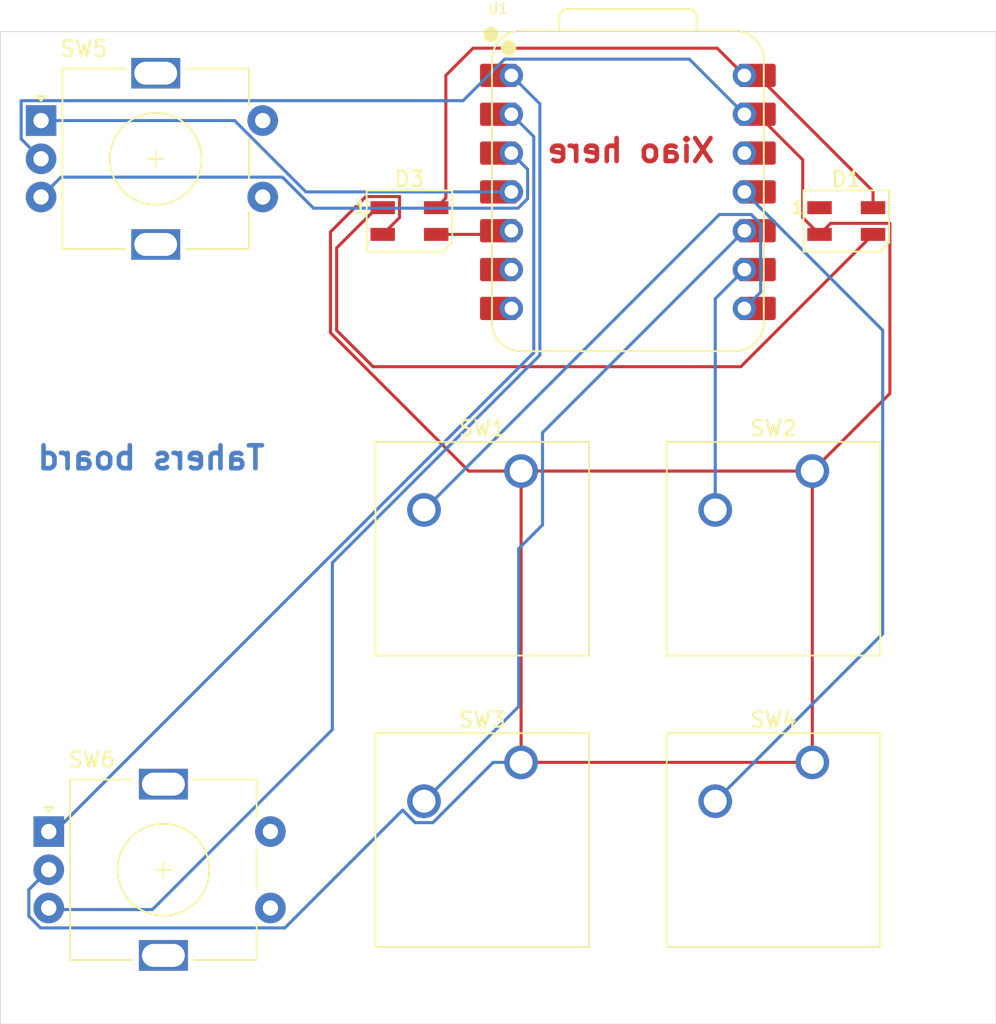
<source format=kicad_pcb>
(kicad_pcb (version 20241229) (generator "pcbnew") (generator_version "9.0")
  (layers (0 "F.Cu" signal) (2 "B.Cu" signal) (13 "F.Paste" user) (15 "B.Paste" user) (5 "F.SilkS" user "F.Silkscreen") (7 "B.SilkS" user "B.Silkscreen") (1 "F.Mask" user) (3 "B.Mask" user) (25 "Edge.Cuts" user))
  (net 0 "")
  (net 1 "+5V")
  (net 2 "Net-(D1-DIN)")
  (net 3 "GND")
  (net 5 "Net-(D3-DIN)")
  (net 6 "Net-(U1-GPIO1{slash}RX)")
  (net 7 "Net-(U1-GPIO2{slash}SCK)")
  (net 8 "Net-(U1-GPIO4{slash}MISO)")
  (net 9 "Net-(U1-GPIO3{slash}MOSI)")
  (net 12 "Net-(U1-GPIO28{slash}ADC2{slash}A2)")
  (net 14 "Net-(U1-GPIO29{slash}ADC3{slash}A3)")
  (net 15 "Net-(U1-GPIO27{slash}ADC1{slash}A1)")
  (net 16 "Net-(U1-GPIO26{slash}ADC0{slash}A0)")
  (footprint "Rotary_Encoder:RotaryEncoder_Alps_EC11E-Switch_Vertical_H20mm" (layer "F.Cu") (at 18.7636 52.9616)
    (property "Reference" "SW5" (at 2.8 -4.7 0) (layer "F.SilkS"))
    (property "Value" "RotaryEncoder")
    (fp_line (start -0.3 -1.6) (end 0.3 -1.6) (stroke (width 0.12)) (layer "F.SilkS"))
    (fp_line (start 0 -1.3) (end -0.3 -1.6) (stroke (width 0.12)) (layer "F.SilkS"))
    (fp_line (start 0.3 -1.6) (end 0 -1.3) (stroke (width 0.12)) (layer "F.SilkS"))
    (fp_line (start 1.4 -3.4) (end 1.4 8.4) (stroke (width 0.12)) (layer "F.SilkS"))
    (fp_line (start 5.5 -3.4) (end 1.4 -3.4) (stroke (width 0.12)) (layer "F.SilkS"))
    (fp_line (start 5.5 8.4) (end 1.4 8.4) (stroke (width 0.12)) (layer "F.SilkS"))
    (fp_line (start 7 2.5) (end 8 2.5) (stroke (width 0.12)) (layer "F.SilkS"))
    (fp_line (start 7.5 2) (end 7.5 3) (stroke (width 0.12)) (layer "F.SilkS"))
    (fp_line (start 9.5 -3.4) (end 13.6 -3.4) (stroke (width 0.12)) (layer "F.SilkS"))
    (fp_line (start 13.6 -3.4) (end 13.6 -1) (stroke (width 0.12)) (layer "F.SilkS"))
    (fp_line (start 13.6 1.2) (end 13.6 3.8) (stroke (width 0.12)) (layer "F.SilkS"))
    (fp_line (start 13.6 6) (end 13.6 8.4) (stroke (width 0.12)) (layer "F.SilkS"))
    (fp_line (start 13.6 8.4) (end 9.5 8.4) (stroke (width 0.12)) (layer "F.SilkS"))
    (fp_circle (center 7.5 2.5) (end 10.5 2.5) (stroke (width 0.12)) (fill no) (layer "F.SilkS"))
    (pad "A" thru_hole rect (at 0 0) (size 2 2) (drill 1) (layers "*.Cu" "*.Mask") (net 14 "Net-(U1-GPIO29{slash}ADC3{slash}A3)"))
    (pad "B" thru_hole circle (at 0 5) (size 2 2) (drill 1) (layers "*.Cu" "*.Mask") (net 12 "Net-(U1-GPIO28{slash}ADC2{slash}A2)"))
    (pad "C" thru_hole circle (at 0 2.5) (size 2 2) (drill 1) (layers "*.Cu" "*.Mask") (net 3 "GND"))
    (pad "MP" thru_hole rect (at 7.5 -3.1) (size 3.2 2) (drill oval 2.8 1.5) (layers "*.Cu" "*.Mask"))
    (pad "MP" thru_hole rect (at 7.5 8.1) (size 3.2 2) (drill oval 2.8 1.5) (layers "*.Cu" "*.Mask"))
    (pad "S1" thru_hole circle (at 14.5 5) (size 2 2) (drill 1) (layers "*.Cu" "*.Mask"))
    (pad "S2" thru_hole circle (at 14.5 0) (size 2 2) (drill 1) (layers "*.Cu" "*.Mask"))
  )
  (footprint "opl kicad 2:XIAO-RP2040-DIP" (layer "F.Cu") (at 57.15 57.62625)
    (property "Reference" "U1" (at -8.5 -12 0) (layer "F.SilkS") (effects (font (size 0.635 0.635) (thickness 0.1016))))
    (property "Value" "XIAO-RP2040-DIP")
    (fp_line (start -8.89 8.509) (end -8.89 -8.636) (stroke (width 0.127)) (layer "F.SilkS"))
    (fp_line (start -6.985 10.414) (end 6.985 10.414) (stroke (width 0.127)) (layer "F.SilkS"))
    (fp_line (start -4.495 -10.541) (end -4.491272 -11.451272) (stroke (width 0.127)) (layer "F.SilkS"))
    (fp_line (start -3.991272 -11.951) (end 4.004 -11.951) (stroke (width 0.127)) (layer "F.SilkS"))
    (fp_line (start 4.504 -11.451) (end 4.504 -10.541) (stroke (width 0.127)) (layer "F.SilkS"))
    (fp_line (start 6.985 -10.541) (end -6.985 -10.541) (stroke (width 0.1)) (layer "F.SilkS"))
    (fp_line (start 6.985 -10.541) (end -6.985 -10.541) (stroke (width 0.127)) (layer "F.SilkS"))
    (fp_line (start 8.89 8.509) (end 8.89 -8.636) (stroke (width 0.127)) (layer "F.SilkS"))
    (fp_arc (start -8.89 -8.636) (mid -8.332038 -9.983038) (end -6.985 -10.541) (stroke (width 0.127)) (layer "F.SilkS"))
    (fp_arc (start -6.985 10.414) (mid -8.332038 9.856038) (end -8.89 8.509) (stroke (width 0.127)) (layer "F.SilkS"))
    (fp_arc (start -4.491272 -11.451272) (mid -4.344728 -11.80464) (end -3.991272 -11.951) (stroke (width 0.127)) (layer "F.SilkS"))
    (fp_arc (start 4.004 -11.951) (mid 4.357553 -11.804553) (end 4.504 -11.451) (stroke (width 0.127)) (layer "F.SilkS"))
    (fp_arc (start 6.985 -10.541) (mid 8.332038 -9.983038) (end 8.89 -8.636) (stroke (width 0.127)) (layer "F.SilkS"))
    (fp_arc (start 8.89 8.509) (mid 8.332038 9.856038) (end 6.985 10.414) (stroke (width 0.127)) (layer "F.SilkS"))
    (fp_circle (center -8.95 -10.3) (end -8.95 -10.554) (stroke (width 0.5)) (fill yes) (layer "F.SilkS"))
    (fp_circle (center -7.807 -9.42) (end -7.807 -9.674) (stroke (width 0.5)) (fill yes) (layer "F.SilkS"))
    (pad "1" smd roundrect (at -8.455 -7.62 180) (size 2.432 1.524) (layers "F.Cu" "F.Mask") (roundrect_rratio 0.1) (net 16 "Net-(U1-GPIO26{slash}ADC0{slash}A0)"))
    (pad "1" thru_hole circle (at -7.62 -7.62 180) (size 1.524 1.524) (drill 0.889) (layers "*.Cu" "*.Mask") (net 16 "Net-(U1-GPIO26{slash}ADC0{slash}A0)"))
    (pad "2" smd roundrect (at -8.455 -5.08 180) (size 2.432 1.524) (layers "F.Cu" "F.Mask") (roundrect_rratio 0.1) (net 15 "Net-(U1-GPIO27{slash}ADC1{slash}A1)"))
    (pad "2" thru_hole circle (at -7.62 -5.08 180) (size 1.524 1.524) (drill 0.889) (layers "*.Cu" "*.Mask") (net 15 "Net-(U1-GPIO27{slash}ADC1{slash}A1)"))
    (pad "3" smd roundrect (at -8.455 -2.54 180) (size 2.432 1.524) (layers "F.Cu" "F.Mask") (roundrect_rratio 0.1) (net 12 "Net-(U1-GPIO28{slash}ADC2{slash}A2)"))
    (pad "3" thru_hole circle (at -7.62 -2.54 180) (size 1.524 1.524) (drill 0.889) (layers "*.Cu" "*.Mask") (net 12 "Net-(U1-GPIO28{slash}ADC2{slash}A2)"))
    (pad "4" smd roundrect (at -8.455 0 180) (size 2.432 1.524) (layers "F.Cu" "F.Mask") (roundrect_rratio 0.1) (net 14 "Net-(U1-GPIO29{slash}ADC3{slash}A3)"))
    (pad "4" thru_hole circle (at -7.62 0 180) (size 1.524 1.524) (drill 0.889) (layers "*.Cu" "*.Mask") (net 14 "Net-(U1-GPIO29{slash}ADC3{slash}A3)"))
    (pad "5" smd roundrect (at -8.455 2.54 180) (size 2.432 1.524) (layers "F.Cu" "F.Mask") (roundrect_rratio 0.1) (net 5 "Net-(D3-DIN)"))
    (pad "5" thru_hole circle (at -7.62 2.54 180) (size 1.524 1.524) (drill 0.889) (layers "*.Cu" "*.Mask") (net 5 "Net-(D3-DIN)"))
    (pad "6" smd roundrect (at -8.455 5.08 180) (size 2.432 1.524) (layers "F.Cu" "F.Mask") (roundrect_rratio 0.1))
    (pad "6" thru_hole circle (at -7.62 5.08 180) (size 1.524 1.524) (drill 0.889) (layers "*.Cu" "*.Mask"))
    (pad "7" smd roundrect (at -8.455 7.62 180) (size 2.432 1.524) (layers "F.Cu" "F.Mask") (roundrect_rratio 0.1))
    (pad "7" thru_hole circle (at -7.62 7.62 180) (size 1.524 1.524) (drill 0.889) (layers "*.Cu" "*.Mask"))
    (pad "8" thru_hole circle (at 7.62 7.62) (size 1.524 1.524) (drill 0.889) (layers "*.Cu" "*.Mask") (net 6 "Net-(U1-GPIO1{slash}RX)"))
    (pad "8" smd roundrect (at 8.455 7.62) (size 2.432 1.524) (layers "F.Cu" "F.Mask") (roundrect_rratio 0.1) (net 6 "Net-(U1-GPIO1{slash}RX)"))
    (pad "9" thru_hole circle (at 7.62 5.08) (size 1.524 1.524) (drill 0.889) (layers "*.Cu" "*.Mask") (net 7 "Net-(U1-GPIO2{slash}SCK)"))
    (pad "9" smd roundrect (at 8.455 5.08) (size 2.432 1.524) (layers "F.Cu" "F.Mask") (roundrect_rratio 0.1) (net 7 "Net-(U1-GPIO2{slash}SCK)"))
    (pad "10" thru_hole circle (at 7.62 2.54) (size 1.524 1.524) (drill 0.889) (layers "*.Cu" "*.Mask") (net 8 "Net-(U1-GPIO4{slash}MISO)"))
    (pad "10" smd roundrect (at 8.455 2.54) (size 2.432 1.524) (layers "F.Cu" "F.Mask") (roundrect_rratio 0.1) (net 8 "Net-(U1-GPIO4{slash}MISO)"))
    (pad "11" thru_hole circle (at 7.62 0) (size 1.524 1.524) (drill 0.889) (layers "*.Cu" "*.Mask") (net 9 "Net-(U1-GPIO3{slash}MOSI)"))
    (pad "11" smd roundrect (at 8.455 0) (size 2.432 1.524) (layers "F.Cu" "F.Mask") (roundrect_rratio 0.1) (net 9 "Net-(U1-GPIO3{slash}MOSI)"))
    (pad "12" thru_hole circle (at 7.62 -2.54) (size 1.524 1.524) (drill 0.889) (layers "*.Cu" "*.Mask"))
    (pad "12" smd roundrect (at 8.455 -2.54) (size 2.432 1.524) (layers "F.Cu" "F.Mask") (roundrect_rratio 0.1))
    (pad "13" thru_hole circle (at 7.62 -5.08) (size 1.524 1.524) (drill 0.889) (layers "*.Cu" "*.Mask") (net 3 "GND"))
    (pad "13" smd roundrect (at 8.455 -5.08) (size 2.432 1.524) (layers "F.Cu" "F.Mask") (roundrect_rratio 0.1) (net 3 "GND"))
    (pad "14" thru_hole circle (at 7.62 -7.62) (size 1.524 1.524) (drill 0.889) (layers "*.Cu" "*.Mask") (net 1 "+5V"))
    (pad "14" smd roundrect (at 8.455 -7.62) (size 2.432 1.524) (layers "F.Cu" "F.Mask") (roundrect_rratio 0.1) (net 1 "+5V"))
  )
  (footprint "LED_SMD:LED_SK6812MINI_PLCC4_3.5x3.5mm_P1.75mm" (layer "F.Cu") (at 71.4375 59.53125)
    (property "Reference" "D1" (at 0 -2.75 0) (layer "F.SilkS"))
    (property "Value" "SK6812MINI")
    (fp_line (start -2.8 -2) (end -2.8 2) (stroke (width 0.12)) (layer "F.SilkS"))
    (fp_line (start -2.8 -2) (end 2.8 -2) (stroke (width 0.12)) (layer "F.SilkS"))
    (fp_line (start -2.8 2) (end 2.2 2) (stroke (width 0.12)) (layer "F.SilkS"))
    (fp_line (start 2.8 1.4) (end 2.2 2) (stroke (width 0.12)) (layer "F.SilkS"))
    (fp_line (start 2.8 1.4) (end 2.8 -2) (stroke (width 0.12)) (layer "F.SilkS"))
    (fp_text user "1" (at -3.2 -0.875 0) (layer "F.SilkS") (effects (font (size 0.8 0.8))))
    (pad "1" smd rect (at -1.75 -0.875) (size 1.6 0.85) (layers "F.Cu" "F.Mask" "F.Paste"))
    (pad "2" smd rect (at -1.75 0.875) (size 1.6 0.85) (layers "F.Cu" "F.Mask" "F.Paste") (net 3 "GND"))
    (pad "3" smd rect (at 1.75 0.875) (size 1.6 0.85) (layers "F.Cu" "F.Mask" "F.Paste") (net 2 "Net-(D1-DIN)"))
    (pad "4" smd rect (at 1.75 -0.875) (size 1.6 0.85) (layers "F.Cu" "F.Mask" "F.Paste") (net 1 "+5V"))
  )
  (footprint "Rotary_Encoder:RotaryEncoder_Alps_EC11E-Switch_Vertical_H20mm" (layer "F.Cu") (at 19.2676 99.4556)
    (property "Reference" "SW6" (at 2.8 -4.7 0) (layer "F.SilkS"))
    (property "Value" "RotaryEncoder")
    (fp_line (start -0.3 -1.6) (end 0.3 -1.6) (stroke (width 0.12)) (layer "F.SilkS"))
    (fp_line (start 0 -1.3) (end -0.3 -1.6) (stroke (width 0.12)) (layer "F.SilkS"))
    (fp_line (start 0.3 -1.6) (end 0 -1.3) (stroke (width 0.12)) (layer "F.SilkS"))
    (fp_line (start 1.4 -3.4) (end 1.4 8.4) (stroke (width 0.12)) (layer "F.SilkS"))
    (fp_line (start 5.5 -3.4) (end 1.4 -3.4) (stroke (width 0.12)) (layer "F.SilkS"))
    (fp_line (start 5.5 8.4) (end 1.4 8.4) (stroke (width 0.12)) (layer "F.SilkS"))
    (fp_line (start 7 2.5) (end 8 2.5) (stroke (width 0.12)) (layer "F.SilkS"))
    (fp_line (start 7.5 2) (end 7.5 3) (stroke (width 0.12)) (layer "F.SilkS"))
    (fp_line (start 9.5 -3.4) (end 13.6 -3.4) (stroke (width 0.12)) (layer "F.SilkS"))
    (fp_line (start 13.6 -3.4) (end 13.6 -1) (stroke (width 0.12)) (layer "F.SilkS"))
    (fp_line (start 13.6 1.2) (end 13.6 3.8) (stroke (width 0.12)) (layer "F.SilkS"))
    (fp_line (start 13.6 6) (end 13.6 8.4) (stroke (width 0.12)) (layer "F.SilkS"))
    (fp_line (start 13.6 8.4) (end 9.5 8.4) (stroke (width 0.12)) (layer "F.SilkS"))
    (fp_circle (center 7.5 2.5) (end 10.5 2.5) (stroke (width 0.12)) (fill no) (layer "F.SilkS"))
    (pad "A" thru_hole rect (at 0 0) (size 2 2) (drill 1) (layers "*.Cu" "*.Mask") (net 15 "Net-(U1-GPIO27{slash}ADC1{slash}A1)"))
    (pad "B" thru_hole circle (at 0 5) (size 2 2) (drill 1) (layers "*.Cu" "*.Mask") (net 16 "Net-(U1-GPIO26{slash}ADC0{slash}A0)"))
    (pad "C" thru_hole circle (at 0 2.5) (size 2 2) (drill 1) (layers "*.Cu" "*.Mask") (net 3 "GND"))
    (pad "MP" thru_hole rect (at 7.5 -3.1) (size 3.2 2) (drill oval 2.8 1.5) (layers "*.Cu" "*.Mask"))
    (pad "MP" thru_hole rect (at 7.5 8.1) (size 3.2 2) (drill oval 2.8 1.5) (layers "*.Cu" "*.Mask"))
    (pad "S1" thru_hole circle (at 14.5 5) (size 2 2) (drill 1) (layers "*.Cu" "*.Mask"))
    (pad "S2" thru_hole circle (at 14.5 0) (size 2 2) (drill 1) (layers "*.Cu" "*.Mask"))
  )
  (footprint "Button_Switch_Keyboard:SW_Cherry_MX_1.00u_PCB" (layer "F.Cu") (at 69.215 94.9325)
    (property "Reference" "SW4" (at -2.54 -2.794 0) (layer "F.SilkS"))
    (property "Value" "SW_Push")
    (fp_line (start -9.525 -1.905) (end 4.445 -1.905) (stroke (width 0.12)) (layer "F.SilkS"))
    (fp_line (start -9.525 12.065) (end -9.525 -1.905) (stroke (width 0.12)) (layer "F.SilkS"))
    (fp_line (start 4.445 -1.905) (end 4.445 12.065) (stroke (width 0.12)) (layer "F.SilkS"))
    (fp_line (start 4.445 12.065) (end -9.525 12.065) (stroke (width 0.12)) (layer "F.SilkS"))
    (pad "" np_thru_hole circle (at -7.62 5.08) (size 1.7 1.7) (drill 1.7) (layers "*.Cu" "*.Mask"))
    (pad "" np_thru_hole circle (at -2.54 5.08) (size 4 4) (drill 4) (layers "*.Cu" "*.Mask"))
    (pad "" np_thru_hole circle (at 2.54 5.08) (size 1.7 1.7) (drill 1.7) (layers "*.Cu" "*.Mask"))
    (pad "1" thru_hole circle (at 0 0) (size 2.2 2.2) (drill 1.5) (layers "*.Cu" "*.Mask") (net 3 "GND"))
    (pad "2" thru_hole circle (at -6.35 2.54) (size 2.2 2.2) (drill 1.5) (layers "*.Cu" "*.Mask") (net 9 "Net-(U1-GPIO3{slash}MOSI)"))
  )
  (footprint "Button_Switch_Keyboard:SW_Cherry_MX_1.00u_PCB" (layer "F.Cu") (at 69.215 75.8825)
    (property "Reference" "SW2" (at -2.54 -2.794 0) (layer "F.SilkS"))
    (property "Value" "SW_Push")
    (fp_line (start -9.525 -1.905) (end 4.445 -1.905) (stroke (width 0.12)) (layer "F.SilkS"))
    (fp_line (start -9.525 12.065) (end -9.525 -1.905) (stroke (width 0.12)) (layer "F.SilkS"))
    (fp_line (start 4.445 -1.905) (end 4.445 12.065) (stroke (width 0.12)) (layer "F.SilkS"))
    (fp_line (start 4.445 12.065) (end -9.525 12.065) (stroke (width 0.12)) (layer "F.SilkS"))
    (pad "" np_thru_hole circle (at -7.62 5.08) (size 1.7 1.7) (drill 1.7) (layers "*.Cu" "*.Mask"))
    (pad "" np_thru_hole circle (at -2.54 5.08) (size 4 4) (drill 4) (layers "*.Cu" "*.Mask"))
    (pad "" np_thru_hole circle (at 2.54 5.08) (size 1.7 1.7) (drill 1.7) (layers "*.Cu" "*.Mask"))
    (pad "1" thru_hole circle (at 0 0) (size 2.2 2.2) (drill 1.5) (layers "*.Cu" "*.Mask") (net 3 "GND"))
    (pad "2" thru_hole circle (at -6.35 2.54) (size 2.2 2.2) (drill 1.5) (layers "*.Cu" "*.Mask") (net 7 "Net-(U1-GPIO2{slash}SCK)"))
  )
  (footprint "Button_Switch_Keyboard:SW_Cherry_MX_1.00u_PCB" (layer "F.Cu") (at 50.165 94.9325)
    (property "Reference" "SW3" (at -2.54 -2.794 0) (layer "F.SilkS"))
    (property "Value" "SW_Push")
    (fp_line (start -9.525 -1.905) (end 4.445 -1.905) (stroke (width 0.12)) (layer "F.SilkS"))
    (fp_line (start -9.525 12.065) (end -9.525 -1.905) (stroke (width 0.12)) (layer "F.SilkS"))
    (fp_line (start 4.445 -1.905) (end 4.445 12.065) (stroke (width 0.12)) (layer "F.SilkS"))
    (fp_line (start 4.445 12.065) (end -9.525 12.065) (stroke (width 0.12)) (layer "F.SilkS"))
    (pad "" np_thru_hole circle (at -7.62 5.08) (size 1.7 1.7) (drill 1.7) (layers "*.Cu" "*.Mask"))
    (pad "" np_thru_hole circle (at -2.54 5.08) (size 4 4) (drill 4) (layers "*.Cu" "*.Mask"))
    (pad "" np_thru_hole circle (at 2.54 5.08) (size 1.7 1.7) (drill 1.7) (layers "*.Cu" "*.Mask"))
    (pad "1" thru_hole circle (at 0 0) (size 2.2 2.2) (drill 1.5) (layers "*.Cu" "*.Mask") (net 3 "GND"))
    (pad "2" thru_hole circle (at -6.35 2.54) (size 2.2 2.2) (drill 1.5) (layers "*.Cu" "*.Mask") (net 8 "Net-(U1-GPIO4{slash}MISO)"))
  )
  (footprint "LED_SMD:LED_SK6812MINI_PLCC4_3.5x3.5mm_P1.75mm" (layer "F.Cu") (at 42.8625 59.53125)
    (property "Reference" "D3" (at 0 -2.75 0) (layer "F.SilkS"))
    (property "Value" "SK6812MINI")
    (fp_line (start -2.8 -2) (end -2.8 2) (stroke (width 0.12)) (layer "F.SilkS"))
    (fp_line (start -2.8 -2) (end 2.8 -2) (stroke (width 0.12)) (layer "F.SilkS"))
    (fp_line (start -2.8 2) (end 2.2 2) (stroke (width 0.12)) (layer "F.SilkS"))
    (fp_line (start 2.8 1.4) (end 2.2 2) (stroke (width 0.12)) (layer "F.SilkS"))
    (fp_line (start 2.8 1.4) (end 2.8 -2) (stroke (width 0.12)) (layer "F.SilkS"))
    (fp_text user "1" (at -3.2 -0.875 0) (layer "F.SilkS") (effects (font (size 0.8 0.8))))
    (pad "1" smd rect (at -1.75 -0.875) (size 1.6 0.85) (layers "F.Cu" "F.Mask" "F.Paste") (net 2 "Net-(D1-DIN)"))
    (pad "2" smd rect (at -1.75 0.875) (size 1.6 0.85) (layers "F.Cu" "F.Mask" "F.Paste") (net 3 "GND"))
    (pad "3" smd rect (at 1.75 0.875) (size 1.6 0.85) (layers "F.Cu" "F.Mask" "F.Paste") (net 5 "Net-(D3-DIN)"))
    (pad "4" smd rect (at 1.75 -0.875) (size 1.6 0.85) (layers "F.Cu" "F.Mask" "F.Paste") (net 1 "+5V"))
  )
  (footprint "Button_Switch_Keyboard:SW_Cherry_MX_1.00u_PCB" (layer "F.Cu") (at 50.165 75.8825)
    (property "Reference" "SW1" (at -2.54 -2.794 0) (layer "F.SilkS"))
    (property "Value" "SW_Push")
    (fp_line (start -9.525 -1.905) (end 4.445 -1.905) (stroke (width 0.12)) (layer "F.SilkS"))
    (fp_line (start -9.525 12.065) (end -9.525 -1.905) (stroke (width 0.12)) (layer "F.SilkS"))
    (fp_line (start 4.445 -1.905) (end 4.445 12.065) (stroke (width 0.12)) (layer "F.SilkS"))
    (fp_line (start 4.445 12.065) (end -9.525 12.065) (stroke (width 0.12)) (layer "F.SilkS"))
    (pad "" np_thru_hole circle (at -7.62 5.08) (size 1.7 1.7) (drill 1.7) (layers "*.Cu" "*.Mask"))
    (pad "" np_thru_hole circle (at -2.54 5.08) (size 4 4) (drill 4) (layers "*.Cu" "*.Mask"))
    (pad "" np_thru_hole circle (at 2.54 5.08) (size 1.7 1.7) (drill 1.7) (layers "*.Cu" "*.Mask"))
    (pad "1" thru_hole circle (at 0 0) (size 2.2 2.2) (drill 1.5) (layers "*.Cu" "*.Mask") (net 3 "GND"))
    (pad "2" thru_hole circle (at -6.35 2.54) (size 2.2 2.2) (drill 1.5) (layers "*.Cu" "*.Mask") (net 6 "Net-(U1-GPIO1{slash}RX)"))
  )
  (gr_rect (start 16.1036 47.1424) (end 81.2292 112.04775) (stroke (width 0.05)) (fill no) (layer "Edge.Cuts"))
  (gr_text "Xiao here" (at 62.9666 55.8038 0) (layer "F.Cu") (effects (font (size 1.5 1.5) (thickness 0.3) (bold yes)) (justify left bottom mirror)))
  (gr_text "Tahers board" (at 33.5534 75.8952 0) (layer "B.Cu") (effects (font (size 1.5 1.5) (thickness 0.3) (bold yes)) (justify left bottom mirror)))
  (segment (start 45.24375 50.00625) (end 47.024 48.226) (width 0.2) (layer "F.Cu") (net 1))
  (segment (start 47.024 48.226) (end 62.98975 48.226) (width 0.2) (layer "F.Cu") (net 1))
  (segment (start 62.98975 48.226) (end 64.77 50.00625) (width 0.2) (layer "F.Cu") (net 1))
  (segment (start 44.6125 58.65625) (end 45.24375 58.025) (width 0.2) (layer "F.Cu") (net 1))
  (segment (start 73.1875 58.65625) (end 73.1875 57.58875) (width 0.2) (layer "F.Cu") (net 1))
  (segment (start 73.1875 57.58875) (end 65.605 50.00625) (width 0.2) (layer "F.Cu") (net 1))
  (segment (start 45.24375 58.025) (end 45.24375 50.00625) (width 0.2) (layer "F.Cu") (net 1))
  (segment (start 38.1 66.675) (end 40.48125 69.05625) (width 0.2) (layer "F.Cu") (net 2))
  (segment (start 40.7375 58.65625) (end 38.1 61.29375) (width 0.2) (layer "F.Cu") (net 2))
  (segment (start 64.5375 69.05625) (end 73.1875 60.40625) (width 0.2) (layer "F.Cu") (net 2))
  (segment (start 38.1 61.29375) (end 38.1 66.675) (width 0.2) (layer "F.Cu") (net 2))
  (segment (start 40.48125 69.05625) (end 64.5375 69.05625) (width 0.2) (layer "F.Cu") (net 2))
  (segment (start 41.1125 58.65625) (end 40.7375 58.65625) (width 0.2) (layer "F.Cu") (net 2))
  (segment (start 69.6875 60.40625) (end 68.5865 59.30525) (width 0.2) (layer "F.Cu") (net 3))
  (segment (start 69.215 75.8825) (end 50.165 75.8825) (width 0.2) (layer "F.Cu") (net 3))
  (segment (start 42.2135 59.30525) (end 42.2135 57.93025) (width 0.2) (layer "F.Cu") (net 3))
  (segment (start 68.5865 59.30525) (end 68.5865 55.52775) (width 0.2) (layer "F.Cu") (net 3))
  (segment (start 68.5865 55.52775) (end 65.605 52.54625) (width 0.2) (layer "F.Cu") (net 3))
  (segment (start 42.2135 57.93025) (end 40.0115 57.93025) (width 0.2) (layer "F.Cu") (net 3))
  (segment (start 69.6875 60.40625) (end 70.4135 59.68025) (width 0.2) (layer "F.Cu") (net 3))
  (segment (start 74.2885 59.68025) (end 74.2885 70.809) (width 0.2) (layer "F.Cu") (net 3))
  (segment (start 46.7404 75.8825) (end 50.165 75.8825) (width 0.2) (layer "F.Cu") (net 3))
  (segment (start 70.4135 59.68025) (end 74.2885 59.68025) (width 0.2) (layer "F.Cu") (net 3))
  (segment (start 69.215 75.8825) (end 69.215 94.9325) (width 0.2) (layer "F.Cu") (net 3))
  (segment (start 69.215 94.9325) (end 50.165 94.9325) (width 0.2) (layer "F.Cu") (net 3))
  (segment (start 37.699 66.8411) (end 46.7404 75.8825) (width 0.2) (layer "F.Cu") (net 3))
  (segment (start 37.699 60.24275) (end 37.699 66.8411) (width 0.2) (layer "F.Cu") (net 3))
  (segment (start 40.0115 57.93025) (end 37.699 60.24275) (width 0.2) (layer "F.Cu") (net 3))
  (segment (start 50.165 94.9325) (end 50.165 75.8825) (width 0.2) (layer "F.Cu") (net 3))
  (segment (start 41.1125 60.40625) (end 42.2135 59.30525) (width 0.2) (layer "F.Cu") (net 3))
  (segment (start 74.2885 70.809) (end 69.215 75.8825) (width 0.2) (layer "F.Cu") (net 3))
  (segment (start 61.167 48.94325) (end 64.77 52.54625) (width 0.2) (layer "B.Cu") (net 3))
  (segment (start 49.08969 48.94325) (end 61.167 48.94325) (width 0.2) (layer "B.Cu") (net 3))
  (segment (start 42.414 98.052814) (end 43.234686 98.8735) (width 0.2) (layer "B.Cu") (net 3))
  (segment (start 48.336314 94.9325) (end 50.165 94.9325) (width 0.2) (layer "B.Cu") (net 3))
  (segment (start 17.9666 103.2566) (end 17.9666 104.994492) (width 0.2) (layer "B.Cu") (net 3))
  (segment (start 43.234686 98.8735) (end 44.395314 98.8735) (width 0.2) (layer "B.Cu") (net 3))
  (segment (start 46.37234 51.6606) (end 49.08969 48.94325) (width 0.2) (layer "B.Cu") (net 3))
  (segment (start 44.395314 98.8735) (end 48.336314 94.9325) (width 0.2) (layer "B.Cu") (net 3))
  (segment (start 19.2676 101.9556) (end 17.9666 103.2566) (width 0.2) (layer "B.Cu") (net 3))
  (segment (start 17.4626 51.6606) (end 46.37234 51.6606) (width 0.2) (layer "B.Cu") (net 3))
  (segment (start 17.4626 54.1606) (end 17.4626 51.6606) (width 0.2) (layer "B.Cu") (net 3))
  (segment (start 18.7636 55.4616) (end 17.4626 54.1606) (width 0.2) (layer "B.Cu") (net 3))
  (segment (start 18.728708 105.7566) (end 34.710214 105.7566) (width 0.2) (layer "B.Cu") (net 3))
  (segment (start 17.9666 104.994492) (end 18.728708 105.7566) (width 0.2) (layer "B.Cu") (net 3))
  (segment (start 34.710214 105.7566) (end 42.414 98.052814) (width 0.2) (layer "B.Cu") (net 3))
  (segment (start 49.29 60.40625) (end 49.53 60.16625) (width 0.2) (layer "F.Cu") (net 5))
  (segment (start 44.6125 60.40625) (end 49.29 60.40625) (width 0.2) (layer "F.Cu") (net 5))
  (segment (start 63.13425 59.10325) (end 43.815 78.4225) (width 0.2) (layer "B.Cu") (net 6))
  (segment (start 65.833 64.18325) (end 65.833 59.72594) (width 0.2) (layer "B.Cu") (net 6))
  (segment (start 65.833 59.72594) (end 65.21031 59.10325) (width 0.2) (layer "B.Cu") (net 6))
  (segment (start 64.77 65.24625) (end 65.833 64.18325) (width 0.2) (layer "B.Cu") (net 6))
  (segment (start 65.21031 59.10325) (end 63.13425 59.10325) (width 0.2) (layer "B.Cu") (net 6))
  (segment (start 62.865 64.61125) (end 62.865 78.4225) (width 0.2) (layer "B.Cu") (net 7))
  (segment (start 64.77 62.70625) (end 62.865 64.61125) (width 0.2) (layer "B.Cu") (net 7))
  (segment (start 50.00625 91.28125) (end 43.815 97.4725) (width 0.2) (layer "B.Cu") (net 8))
  (segment (start 50.00625 80.9625) (end 50.00625 91.28125) (width 0.2) (layer "B.Cu") (net 8))
  (segment (start 51.566 73.37025) (end 51.566 79.40275) (width 0.2) (layer "B.Cu") (net 8))
  (segment (start 51.566 79.40275) (end 50.00625 80.9625) (width 0.2) (layer "B.Cu") (net 8))
  (segment (start 64.77 60.16625) (end 51.566 73.37025) (width 0.2) (layer "B.Cu") (net 8))
  (segment (start 73.81875 86.51875) (end 62.865 97.4725) (width 0.2) (layer "B.Cu") (net 9))
  (segment (start 73.81875 66.675) (end 73.81875 86.51875) (width 0.2) (layer "B.Cu") (net 9))
  (segment (start 64.77 57.62625) (end 73.81875 66.675) (width 0.2) (layer "B.Cu") (net 9))
  (segment (start 34.555608 56.6606) (end 36.584258 58.68925) (width 0.2) (layer "B.Cu") (net 12))
  (segment (start 18.7636 57.9616) (end 20.0646 56.6606) (width 0.2) (layer "B.Cu") (net 12))
  (segment (start 50.593 56.14925) (end 49.53 55.08625) (width 0.2) (layer "B.Cu") (net 12))
  (segment (start 36.584258 58.68925) (end 49.97031 58.68925) (width 0.2) (layer "B.Cu") (net 12))
  (segment (start 50.593 58.06656) (end 50.593 56.14925) (width 0.2) (layer "B.Cu") (net 12))
  (segment (start 49.97031 58.68925) (end 50.593 58.06656) (width 0.2) (layer "B.Cu") (net 12))
  (segment (start 20.0646 56.6606) (end 34.555608 56.6606) (width 0.2) (layer "B.Cu") (net 12))
  (segment (start 18.7636 52.9616) (end 31.423708 52.9616) (width 0.2) (layer "B.Cu") (net 14))
  (segment (start 31.423708 52.9616) (end 36.088358 57.62625) (width 0.2) (layer "B.Cu") (net 14))
  (segment (start 36.088358 57.62625) (end 49.53 57.62625) (width 0.2) (layer "B.Cu") (net 14))
  (segment (start 50.994 54.01025) (end 49.53 52.54625) (width 0.2) (layer "B.Cu") (net 15))
  (segment (start 19.5724 99.5572) (end 50.994 68.1356) (width 0.2) (layer "B.Cu") (net 15))
  (segment (start 50.994 68.1356) (end 50.994 54.01025) (width 0.2) (layer "B.Cu") (net 15))
  (segment (start 51.395 51.87125) (end 49.53 50.00625) (width 0.2) (layer "B.Cu") (net 16))
  (segment (start 37.8206 92.7862) (end 37.8206 81.8761) (width 0.2) (layer "B.Cu") (net 16))
  (segment (start 26.0496 104.5572) (end 37.8206 92.7862) (width 0.2) (layer "B.Cu") (net 16))
  (segment (start 37.8206 81.8761) (end 51.395 68.3017) (width 0.2) (layer "B.Cu") (net 16))
  (segment (start 19.5724 104.5572) (end 26.0496 104.5572) (width 0.2) (layer "B.Cu") (net 16))
  (segment (start 51.395 68.3017) (end 51.395 51.87125) (width 0.2) (layer "B.Cu") (net 16))
)
</source>
